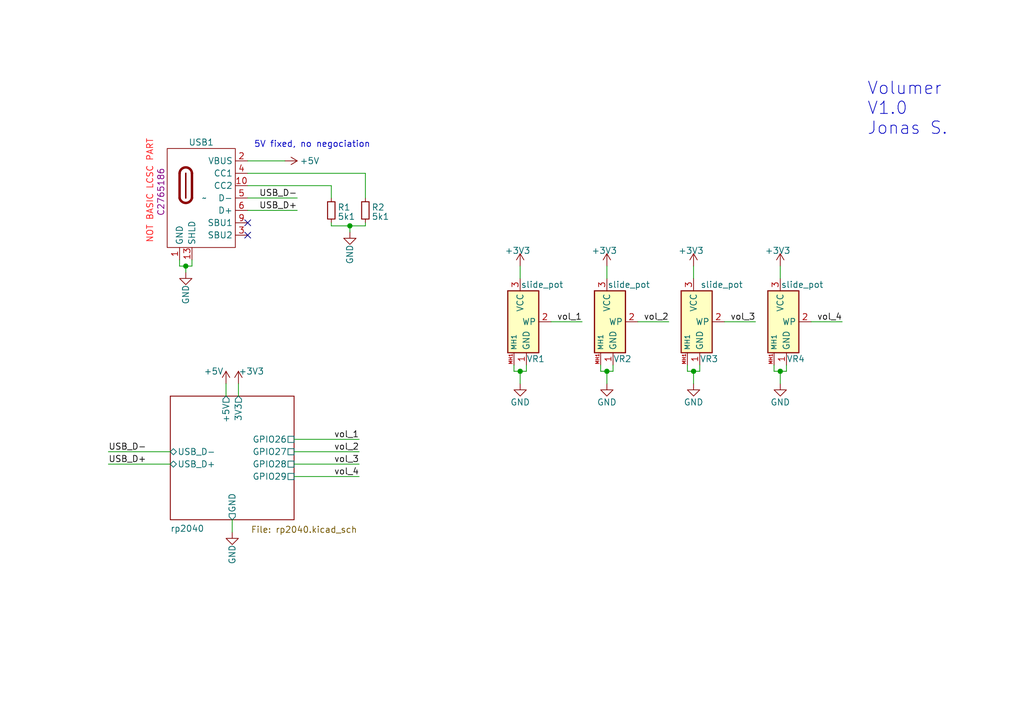
<source format=kicad_sch>
(kicad_sch (version 20231120) (generator "eeschema") (generator_version "8.0")
  (paper "A5")
  (title_block (title "Volumer") (date "2023-11-13") (rev "1.0") (company "Jonas S."))
  (lib_symbols
    (symbol "Device:R_Small" (pin_numbers hide) (pin_names (offset 0.254) hide)
      (property "Reference" "R" (at 0.762 0.508 0))
      (property "Value" "R_Small" (at 0.762 -1.016 0))
      (symbol "R_Small_0_1"
        (rectangle (start -0.762 1.778) (end 0.762 -1.778) (stroke (width 0.2032)))
      )
      (symbol "R_Small_1_1"
        (pin passive line (at 0 2.54 270) (length 0.762) (name "~") (number "1"))
        (pin passive line (at 0 -2.54 90) (length 0.762) (name "~") (number "2"))
      )
    )
    (symbol "USB_C:USBC_16P"
      (property "Reference" "USB" (at 2.54 11.43 0))
      (property "LCSC" "C2765186" (at 0 0 0))
      (symbol "USBC_16P_0_1"
        (rectangle (start -7.62 10.16) (end 6.35 -10.16))
      )
      (symbol "USBC_16P_1_1"
        (arc (start -5.08 0) (mid -3.81 -1.0075) (end -2.54 0) (stroke (width 0.5)))
        (rectangle (start -3.81 5.08) (end -3.81 0) (stroke (width 0.3)))
        (arc (start -2.54 5.08) (mid -3.81 6.286) (end -5.08 5.08) (stroke (width 0.5)))
        (polyline (pts (xy -5.08 5.08) (xy -5.08 0)) (stroke (width 0.5)))
        (polyline (pts (xy -2.54 5.08) (xy -2.54 0)) (stroke (width 0.5)))
        (pin passive line (at -5.08 -12.7 90) (length 2.54) (name "GND") (number "1"))
        (pin passive line (at 8.89 2.54 180) (length 2.54) (name "CC2") (number "10"))
        (pin passive line (at 8.89 7.62 180) (length 2.54) hide (name "VBUS") (number "11"))
        (pin passive line (at -5.08 -12.7 90) (length 2.54) hide (name "GND") (number "12"))
        (pin passive line (at -2.54 -12.7 90) (length 2.54) (name "SHLD") (number "13"))
        (pin passive line (at 8.89 7.62 180) (length 2.54) (name "VBUS") (number "2"))
        (pin passive line (at 8.89 -7.62 180) (length 2.54) (name "SBU2") (number "3"))
        (pin passive line (at 8.89 5.08 180) (length 2.54) (name "CC1") (number "4"))
        (pin passive line (at 8.89 0 180) (length 2.54) (name "D-") (number "5"))
        (pin passive line (at 8.89 -2.54 180) (length 2.54) (name "D+") (number "6"))
        (pin passive line (at 8.89 0 180) (length 2.54) hide (name "D-") (number "7"))
        (pin passive line (at 8.89 -2.54 180) (length 2.54) hide (name "D+") (number "8"))
        (pin passive line (at 8.89 -5.08 180) (length 2.54) (name "SBU1") (number "9"))
      )
    )
    (symbol "power:+3V3" (power) (pin_names (offset 0))
      (property "Value" "+3V3" (at 0 3.556 0))
      (symbol "+3V3_0_1"
        (polyline (pts (xy -0.762 1.27) (xy 0 2.54)))
        (polyline (pts (xy 0 0) (xy 0 2.54)))
        (polyline (pts (xy 0 2.54) (xy 0.762 1.27)))
      )
      (symbol "+3V3_1_1"
        (pin power_in line (at 0 0 90) (length 0) hide (name "+3V3") (number "1"))
      )
    )
    (symbol "power:+5V" (power) (pin_names (offset 0))
      (property "Value" "+5V" (at 0 3.556 0))
      (symbol "+5V_0_1"
        (polyline (pts (xy -0.762 1.27) (xy 0 2.54)))
        (polyline (pts (xy 0 0) (xy 0 2.54)))
        (polyline (pts (xy 0 2.54) (xy 0.762 1.27)))
      )
      (symbol "+5V_1_1"
        (pin power_in line (at 0 0 90) (length 0) hide (name "+5V") (number "1"))
      )
    )
    (symbol "power:GND" (power) (pin_names (offset 0))
      (property "Value" "GND" (at 0 -3.81 0))
      (symbol "GND_0_1"
        (polyline (pts (xy 0 0) (xy 0 -1.27) (xy 1.27 -1.27) (xy 0 -2.54) (xy -1.27 -1.27) (xy 0 -1.27)))
      )
      (symbol "GND_1_1"
        (pin power_in line (at 0 0 270) (length 0) hide (name "GND") (number "1"))
      )
    )
    (symbol "slide_pot_1"
      (property "Reference" "VR" (at 10.16 -13.97 0))
      (property "Value" "slide_pot" (at 8.89 2.54 0))
      (symbol "slide_pot_1_1_1"
        (rectangle (start 5.08 0) (end 11.43 -12.7) (stroke (width 0.254)) (fill (type background)))
        (pin passive line (at 8.89 -15.24 90) (length 2.54) (name "GND") (number "1"))
        (pin passive line (at 13.97 -6.35 180) (length 2.54) (name "WP") (number "2"))
        (pin passive line (at 7.62 2.54 270) (length 2.54) (name "VCC") (number "3"))
        (pin passive line (at 6.35 -15.24 90) (length 2.54) (name "MH1") (number "MH1"))
        (pin passive line (at 6.35 -15.24 90) (length 2.54) hide (name "MH2") (number "MH2"))
        (pin passive line (at 6.35 -15.24 90) (length 2.54) hide (name "MH3") (number "MH3"))
        (pin passive line (at 6.35 -15.24 90) (length 2.54) hide (name "MH4") (number "MH4"))
      )
    )
  )
  (junction (at 124.46 76.2))
  (junction (at 160.02 76.2))
  (junction (at 106.68 76.2))
  (junction (at 71.755 46.355))
  (junction (at 142.24 76.2))
  (junction (at 38.1 54.61))
  (no_connect (at 50.8 48.26))
  (no_connect (at 50.8 45.72))
  (wire (pts (xy 143.51 74.93) (xy 143.51 76.2)))
  (wire (pts (xy 140.97 76.2) (xy 142.24 76.2)))
  (wire (pts (xy 160.02 54.61) (xy 160.02 57.15)))
  (wire (pts (xy 50.8 33.02) (xy 58.42 33.02)))
  (wire (pts (xy 36.83 54.61) (xy 38.1 54.61)))
  (wire (pts (xy 130.81 66.04) (xy 137.16 66.04)))
  (wire (pts (xy 125.73 76.2) (xy 124.46 76.2)))
  (wire (pts (xy 105.41 74.93) (xy 105.41 76.2)))
  (wire (pts (xy 74.93 35.56) (xy 74.93 40.64)))
  (wire (pts (xy 123.19 74.93) (xy 123.19 76.2)))
  (wire (pts (xy 67.945 45.72) (xy 67.945 46.355)))
  (wire (pts (xy 148.59 66.04) (xy 154.94 66.04)))
  (wire (pts (xy 22.225 95.25) (xy 34.925 95.25)))
  (wire (pts (xy 161.29 76.2) (xy 160.02 76.2)))
  (wire (pts (xy 166.37 66.04) (xy 172.72 66.04)))
  (wire (pts (xy 47.625 106.68) (xy 47.625 109.22)))
  (wire (pts (xy 160.02 76.2) (xy 160.02 78.74)))
  (wire (pts (xy 67.945 38.1) (xy 67.945 40.64)))
  (wire (pts (xy 143.51 76.2) (xy 142.24 76.2)))
  (wire (pts (xy 71.755 46.355) (xy 71.755 47.625)))
  (wire (pts (xy 106.68 76.2) (xy 106.68 78.74)))
  (wire (pts (xy 50.8 40.64) (xy 60.96 40.64)))
  (wire (pts (xy 158.75 74.93) (xy 158.75 76.2)))
  (wire (pts (xy 39.37 53.34) (xy 39.37 54.61)))
  (wire (pts (xy 124.46 76.2) (xy 124.46 78.74)))
  (wire (pts (xy 36.83 53.34) (xy 36.83 54.61)))
  (wire (pts (xy 74.93 45.72) (xy 74.93 46.355)))
  (wire (pts (xy 107.95 76.2) (xy 106.68 76.2)))
  (wire (pts (xy 50.8 38.1) (xy 67.945 38.1)))
  (wire (pts (xy 38.1 54.61) (xy 38.1 55.88)))
  (wire (pts (xy 60.325 92.71) (xy 73.66 92.71)))
  (wire (pts (xy 113.03 66.04) (xy 119.38 66.04)))
  (wire (pts (xy 124.46 54.61) (xy 124.46 57.15)))
  (wire (pts (xy 140.97 74.93) (xy 140.97 76.2)))
  (wire (pts (xy 158.75 76.2) (xy 160.02 76.2)))
  (wire (pts (xy 142.24 76.2) (xy 142.24 78.74)))
  (wire (pts (xy 107.95 74.93) (xy 107.95 76.2)))
  (wire (pts (xy 60.325 95.25) (xy 73.66 95.25)))
  (wire (pts (xy 39.37 54.61) (xy 38.1 54.61)))
  (wire (pts (xy 74.93 46.355) (xy 71.755 46.355)))
  (wire (pts (xy 67.945 46.355) (xy 71.755 46.355)))
  (wire (pts (xy 105.41 76.2) (xy 106.68 76.2)))
  (wire (pts (xy 22.225 92.71) (xy 34.925 92.71)))
  (wire (pts (xy 125.73 74.93) (xy 125.73 76.2)))
  (wire (pts (xy 60.325 90.17) (xy 73.66 90.17)))
  (wire (pts (xy 46.355 78.74) (xy 46.355 81.28)))
  (wire (pts (xy 50.8 35.56) (xy 74.93 35.56)))
  (wire (pts (xy 106.68 54.61) (xy 106.68 57.15)))
  (wire (pts (xy 161.29 74.93) (xy 161.29 76.2)))
  (wire (pts (xy 50.8 43.18) (xy 60.96 43.18)))
  (wire (pts (xy 142.24 54.61) (xy 142.24 57.15)))
  (wire (pts (xy 48.895 78.74) (xy 48.895 81.28)))
  (wire (pts (xy 123.19 76.2) (xy 124.46 76.2)))
  (wire (pts (xy 60.325 97.79) (xy 73.66 97.79)))
  (text "NOT BASIC LCSC PART" (at 31.496 50.038 90) (effects (font (size 1.27 1.27)) (justify left bottom)))
  (text "Volumer\nV1.0\nJonas S." (at 177.8 27.94 0) (effects (font (size 2.54 2.54)) (justify left bottom)))
  (text "5V fixed, no negociation" (at 52.07 30.48 0) (effects (font (size 1.27 1.27)) (justify left bottom)))
  (label "vol_3" (at 73.66 95.25 180))
  (label "USB_D+" (at 22.225 95.25 0))
  (label "vol_4" (at 172.72 66.04 180))
  (label "vol_3" (at 154.94 66.04 180))
  (label "vol_4" (at 73.66 97.79 180))
  (label "vol_2" (at 73.66 92.71 180))
  (label "USB_D+" (at 60.96 43.18 180))
  (label "USB_D-" (at 60.96 40.64 180))
  (label "vol_1" (at 73.66 90.17 180))
  (label "vol_2" (at 137.16 66.04 180))
  (label "USB_D-" (at 22.225 92.71 0))
  (label "vol_1" (at 119.38 66.04 180))
  (symbol (lib_id "Device:R_Small") (at 67.945 43.18 0) (unit 1)
    (property "Reference" "R1" (at 69.215 42.545 0) (effects (justify left)))
    (property "Value" "5k1" (at 69.215 44.45 0) (effects (justify left)))
    (property "Footprint" "Resistor_SMD:R_0603_1608Metric" (effects (hide yes)))
    (property "LCSC" "C23186" (effects (hide yes)))
  )
  (symbol (lib_id "power:+3V3") (at 106.68 54.61 0) (unit 1)
    (property "Reference" "#PWR07" (effects (hide yes)))
    (property "Value" "+3V3" (at 103.505 51.435 0) (effects (justify left)))
  )
  (symbol (lib_id "power:+3V3") (at 48.895 78.74 0) (unit 1)
    (property "Reference" "#PWR04" (effects (hide yes)))
    (property "Value" "+3V3" (at 48.895 76.2 0) (effects (justify left)))
  )
  (symbol (lib_name "slide_pot_1") (lib_id "PTA4543-2015CPB104:slide_pot") (at 152.4 59.69 0) (unit 1)
    (property "Reference" "VR4" (at 165.1 73.66 0) (effects (justify right)))
    (property "Value" "slide_pot" (at 168.91 58.42 0) (effects (justify right)))
    (property "Footprint" "PTA45432015CPB503" (effects (hide yes)))
    (property "Datasheet" "https://componentsearchengine.com/Datasheets/1/PTA4543-2015CPB503.pdf" (effects (hide yes)))
    (property "Height" "21.5" (effects (hide yes)))
    (property "Mouser Part Number" "652-PTA45432015CPB10" (effects (hide yes)))
    (property "Mouser Price/Stock" "https://www.mouser.co.uk/ProductDetail/Bourns/PTA4543-2015CPB104?qs=Zq5ylnUbLm5bgYHDzxuH5g%3D%3D" (effects (hide yes)))
    (property "Manufacturer_Name" "Bourns" (effects (hide yes)))
    (property "Manufacturer_Part_Number" "PTA4543-2015CPB104" (effects (hide yes)))
  )
  (symbol (lib_id "power:+5V") (at 58.42 33.02 270) (unit 1)
    (property "Reference" "#PWR05" (effects (hide yes)))
    (property "Value" "+5V" (at 63.5 33.02 90))
  )
  (symbol (lib_id "Device:R_Small") (at 74.93 43.18 0) (unit 1)
    (property "Reference" "R2" (at 76.2 42.545 0) (effects (justify left)))
    (property "Value" "5k1" (at 76.2 44.45 0) (effects (justify left)))
    (property "Footprint" "Resistor_SMD:R_0603_1608Metric" (effects (hide yes)))
    (property "LCSC" "C23186" (effects (hide yes)))
  )
  (symbol (lib_id "power:GND") (at 38.1 55.88 0) (unit 1)
    (property "Reference" "#PWR01" (effects (hide yes)))
    (property "Value" "GND" (at 38.1 58.42 90) (effects (justify right)))
  )
  (symbol (lib_name "slide_pot_1") (lib_id "PTA4543-2015CPB104:slide_pot") (at 134.62 59.69 0) (unit 1)
    (property "Reference" "VR3" (at 147.32 73.66 0) (effects (justify right)))
    (property "Value" "slide_pot" (at 152.4 58.42 0) (effects (justify right)))
    (property "Footprint" "PTA45432015CPB503" (effects (hide yes)))
    (property "Datasheet" "https://componentsearchengine.com/Datasheets/1/PTA4543-2015CPB503.pdf" (effects (hide yes)))
    (property "Height" "21.5" (effects (hide yes)))
    (property "Mouser Part Number" "652-PTA45432015CPB10" (effects (hide yes)))
    (property "Mouser Price/Stock" "https://www.mouser.co.uk/ProductDetail/Bourns/PTA4543-2015CPB104?qs=Zq5ylnUbLm5bgYHDzxuH5g%3D%3D" (effects (hide yes)))
    (property "Manufacturer_Name" "Bourns" (effects (hide yes)))
    (property "Manufacturer_Part_Number" "PTA4543-2015CPB104" (effects (hide yes)))
  )
  (symbol (lib_name "slide_pot_1") (lib_id "PTA4543-2015CPB104:slide_pot") (at 99.06 59.69 0) (unit 1)
    (property "Reference" "VR1" (at 111.76 73.66 0) (effects (justify right)))
    (property "Value" "slide_pot" (at 115.57 58.42 0) (effects (justify right)))
    (property "Footprint" "PTA45432015CPB503" (effects (hide yes)))
    (property "Datasheet" "https://componentsearchengine.com/Datasheets/1/PTA4543-2015CPB503.pdf" (effects (hide yes)))
    (property "Height" "21.5" (effects (hide yes)))
    (property "Mouser Part Number" "652-PTA45432015CPB10" (effects (hide yes)))
    (property "Mouser Price/Stock" "https://www.mouser.co.uk/ProductDetail/Bourns/PTA4543-2015CPB104?qs=Zq5ylnUbLm5bgYHDzxuH5g%3D%3D" (effects (hide yes)))
    (property "Manufacturer_Name" "Bourns" (effects (hide yes)))
    (property "Manufacturer_Part_Number" "PTA4543-2015CPB104" (effects (hide yes)))
  )
  (symbol (lib_id "power:GND") (at 142.24 78.74 0) (unit 1)
    (property "Reference" "#PWR012" (effects (hide yes)))
    (property "Value" "GND" (at 142.24 82.55 0))
  )
  (symbol (lib_id "USB_C:USBC_16P") (at 41.91 40.64 0) (unit 1)
    (property "Reference" "USB1" (at 41.275 29.21 0))
    (property "Value" "~" (at 41.91 40.64 0))
    (property "Footprint" "USBC:USBC_16P" (effects (hide yes)))
    (property "LCSC" "C2765186" (at 33.02 39.37 90))
  )
  (symbol (lib_name "slide_pot_1") (lib_id "PTA4543-2015CPB104:slide_pot") (at 116.84 59.69 0) (unit 1)
    (property "Reference" "VR2" (at 129.54 73.66 0) (effects (justify right)))
    (property "Value" "slide_pot" (at 133.35 58.42 0) (effects (justify right)))
    (property "Footprint" "PTA45432015CPB503" (effects (hide yes)))
    (property "Datasheet" "https://componentsearchengine.com/Datasheets/1/PTA4543-2015CPB503.pdf" (effects (hide yes)))
    (property "Height" "21.5" (effects (hide yes)))
    (property "Mouser Part Number" "652-PTA45432015CPB10" (effects (hide yes)))
    (property "Mouser Price/Stock" "https://www.mouser.co.uk/ProductDetail/Bourns/PTA4543-2015CPB104?qs=Zq5ylnUbLm5bgYHDzxuH5g%3D%3D" (effects (hide yes)))
    (property "Manufacturer_Name" "Bourns" (effects (hide yes)))
    (property "Manufacturer_Part_Number" "PTA4543-2015CPB104" (effects (hide yes)))
  )
  (symbol (lib_id "power:GND") (at 47.625 109.22 0) (unit 1)
    (property "Reference" "#PWR03" (effects (hide yes)))
    (property "Value" "GND" (at 47.625 111.76 90) (effects (justify right)))
  )
  (symbol (lib_id "power:GND") (at 160.02 78.74 0) (unit 1)
    (property "Reference" "#PWR014" (effects (hide yes)))
    (property "Value" "GND" (at 160.02 82.55 0))
  )
  (symbol (lib_id "power:GND") (at 106.68 78.74 0) (unit 1)
    (property "Reference" "#PWR08" (effects (hide yes)))
    (property "Value" "GND" (at 106.68 82.55 0))
  )
  (symbol (lib_id "power:+3V3") (at 124.46 54.61 0) (unit 1)
    (property "Reference" "#PWR09" (effects (hide yes)))
    (property "Value" "+3V3" (at 121.285 51.435 0) (effects (justify left)))
  )
  (symbol (lib_id "power:+5V") (at 46.355 78.74 0) (unit 1)
    (property "Reference" "#PWR02" (effects (hide yes)))
    (property "Value" "+5V" (at 43.815 76.2 0))
  )
  (symbol (lib_id "power:GND") (at 71.755 47.625 0) (unit 1)
    (property "Reference" "#PWR06" (effects (hide yes)))
    (property "Value" "GND" (at 71.755 50.165 90) (effects (justify right)))
  )
  (symbol (lib_id "power:GND") (at 124.46 78.74 0) (unit 1)
    (property "Reference" "#PWR010" (effects (hide yes)))
    (property "Value" "GND" (at 124.46 82.55 0))
  )
  (symbol (lib_id "power:+3V3") (at 160.02 54.61 0) (unit 1)
    (property "Reference" "#PWR013" (effects (hide yes)))
    (property "Value" "+3V3" (at 156.845 51.435 0) (effects (justify left)))
  )
  (symbol (lib_id "power:+3V3") (at 142.24 54.61 0) (unit 1)
    (property "Reference" "#PWR011" (effects (hide yes)))
    (property "Value" "+3V3" (at 139.065 51.435 0) (effects (justify left)))
  )
  (sheet (at 34.925 81.28) (size 25.4 25.4) (stroke (width 0.1524))
    (property "Sheetname" "rp2040" (at 34.925 109.22 0) (effects (justify left bottom)))
    (property "Sheetfile" "rp2040.kicad_sch" (at 51.435 107.95 0) (effects (justify left top)))
    (pin "GPIO27" passive (at 60.325 92.71 0))
    (pin "GPIO26" passive (at 60.325 90.17 0))
    (pin "GPIO28" passive (at 60.325 95.25 0))
    (pin "GPIO29" passive (at 60.325 97.79 0))
    (pin "3V3" output (at 48.895 81.28 90))
    (pin "GND" output (at 47.625 106.68 270))
    (pin "USB_D-" bidirectional (at 34.925 92.71 180))
    (pin "USB_D+" bidirectional (at 34.925 95.25 180))
    (pin "+5V" output (at 46.355 81.28 90))
  )
)
</source>
